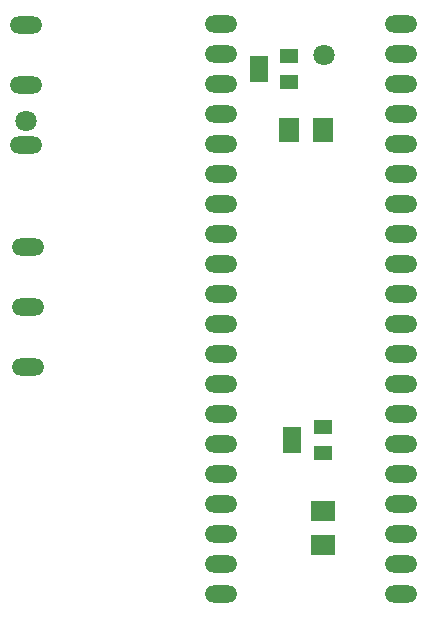
<source format=gts>
G04 --- HEADER BEGIN --- *
%TF.GenerationSoftware,LibrePCB,LibrePCB,0.1.0*%
%TF.CreationDate,2018-07-30T22:42:00*%
%TF.ProjectId,desklift - bottom,cc45967b-cddc-4eac-8902-aaf571f4ea35,v2*%
%TF.Part,Single*%
%FSLAX66Y66*%
%MOMM*%
G01*
G74*
G04 --- HEADER END --- *
G04 --- APERTURE LIST BEGIN --- *
%ADD10O,2.74X1.47*%
%ADD11R,1.6X1.2*%
%ADD12R,1.6X2.2*%
%ADD13R,2.003X1.8*%
%ADD14R,1.8X2.003*%
%ADD15C,1.8*%
G04 --- APERTURE LIST END --- *
G04 --- BOARD BEGIN --- *
D10*
X43180000Y79851250D03*
X43180000Y69691250D03*
X43180000Y74771250D03*
D11*
X65436728Y77300112D03*
X65436728Y75100112D03*
D12*
X62836728Y76200112D03*
D10*
X43338750Y61118750D03*
X43338750Y50958750D03*
X43338750Y56038750D03*
X59691808Y41909696D03*
X59691808Y67309696D03*
X59691808Y77469696D03*
X59691808Y72389696D03*
X74931808Y57149696D03*
X74931808Y72389696D03*
X59691808Y54609696D03*
X59691808Y34289696D03*
X59691808Y44449696D03*
X74931808Y80009696D03*
X74931808Y54609696D03*
X59691808Y62229696D03*
X74931808Y31749696D03*
X74931808Y62229696D03*
X59691808Y69849696D03*
X74931808Y52069696D03*
X59691808Y31749696D03*
X74931808Y77469696D03*
X59691808Y57149696D03*
X74931808Y59689696D03*
X74931808Y44449696D03*
X59691808Y39369696D03*
X59691808Y46989696D03*
X74931808Y36829696D03*
X59691808Y64769696D03*
X74931808Y67309696D03*
X59691808Y80009696D03*
X59691808Y49529696D03*
X59691808Y52069696D03*
X74931808Y74929696D03*
X74931808Y69849696D03*
X74931808Y64769696D03*
X59691808Y36829696D03*
X74931808Y41909696D03*
X74931808Y46989696D03*
X74931808Y39369696D03*
X59691808Y59689696D03*
X74931808Y34289696D03*
X74931808Y49529696D03*
X59691808Y74929696D03*
D13*
X68262728Y38728264D03*
X68262728Y35884264D03*
D11*
X68292696Y45867512D03*
X68292696Y43667512D03*
D12*
X65692696Y44767512D03*
D14*
X65411740Y71040672D03*
X68255740Y71040672D03*
D15*
X43180000Y71755000D03*
X68381560Y77311344D03*
G04 --- BOARD END --- *
%TF.MD5,e6748362695a68d85105d45e123ef912*%
M02*

</source>
